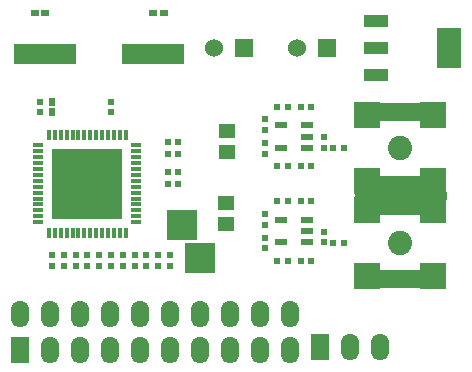
<source format=gts>
%FSLAX46Y46*%
G04 Gerber Fmt 4.6, Leading zero omitted, Abs format (unit mm)*
G04 Created by KiCad (PCBNEW (2014-10-26 BZR 5226)-product) date Tue 28 Oct 2014 11:58:48 AM EDT*
%MOMM*%
G01*
G04 APERTURE LIST*
%ADD10C,0.100000*%
%ADD11R,0.600000X0.600000*%
%ADD12R,1.100000X0.600000*%
%ADD13C,2.050000*%
%ADD14R,7.760000X1.600000*%
%ADD15R,2.200000X2.200000*%
%ADD16R,5.300000X1.800000*%
%ADD17R,1.524000X1.524000*%
%ADD18C,1.524000*%
%ADD19R,0.900000X0.300000*%
%ADD20R,0.300000X0.900000*%
%ADD21R,5.900000X5.900000*%
%ADD22R,1.524000X2.286000*%
%ADD23O,1.524000X2.286000*%
%ADD24R,0.650000X0.600000*%
%ADD25R,1.450000X1.150000*%
%ADD26R,0.600000X0.650000*%
%ADD27R,2.500000X2.500000*%
%ADD28R,2.100000X1.100000*%
%ADD29R,2.100000X3.500000*%
%ADD30C,0.254000*%
G04 APERTURE END LIST*
D10*
D11*
X171950000Y-90500000D03*
X171050000Y-90500000D03*
D12*
X171600000Y-88950000D03*
X171600000Y-87050000D03*
X171600000Y-88000000D03*
X169400000Y-87050000D03*
X169400000Y-88950000D03*
D13*
X179500000Y-81000000D03*
D14*
X179500000Y-77920000D03*
X179500000Y-84080000D03*
D15*
X182280000Y-78220000D03*
X182280000Y-83780000D03*
X176720000Y-78220000D03*
X176720000Y-83780000D03*
D16*
X149400000Y-73000000D03*
X158600000Y-73000000D03*
D17*
X173249680Y-72500000D03*
D18*
X170750320Y-72500000D03*
D19*
X157150000Y-87250000D03*
X157150000Y-86750000D03*
X157150000Y-86250000D03*
X157150000Y-85750000D03*
X157150000Y-85250000D03*
X157150000Y-84750000D03*
X157150000Y-84250000D03*
X157150000Y-83750000D03*
X157150000Y-83250000D03*
X157150000Y-82750000D03*
X157150000Y-82250000D03*
X157150000Y-81750000D03*
X157150000Y-81250000D03*
X157150000Y-80750000D03*
D20*
X156250000Y-79850000D03*
X155750000Y-79850000D03*
X155250000Y-79850000D03*
X154750000Y-79850000D03*
X154250000Y-79850000D03*
X153750000Y-79850000D03*
X153250000Y-79850000D03*
X152750000Y-79850000D03*
X152250000Y-79850000D03*
X151750000Y-79850000D03*
X151250000Y-79850000D03*
X150750000Y-79850000D03*
X150250000Y-79850000D03*
X149750000Y-79850000D03*
D19*
X148850000Y-80750000D03*
X148850000Y-81250000D03*
X148850000Y-81750000D03*
X148850000Y-82250000D03*
X148850000Y-82750000D03*
X148850000Y-83250000D03*
X148850000Y-83750000D03*
X148850000Y-84250000D03*
X148850000Y-84750000D03*
X148850000Y-85250000D03*
X148850000Y-85750000D03*
X148850000Y-86250000D03*
X148850000Y-86750000D03*
X148850000Y-87250000D03*
D20*
X149750000Y-88150000D03*
X150250000Y-88150000D03*
X150750000Y-88150000D03*
X151250000Y-88150000D03*
X151750000Y-88150000D03*
X152250000Y-88150000D03*
X152750000Y-88150000D03*
X153250000Y-88150000D03*
X153750000Y-88150000D03*
X154250000Y-88150000D03*
X154750000Y-88150000D03*
X155250000Y-88150000D03*
X155750000Y-88150000D03*
X156250000Y-88150000D03*
D21*
X153000000Y-84000000D03*
D11*
X155000000Y-90050000D03*
X155000000Y-90950000D03*
X155000000Y-77050000D03*
X155000000Y-77950000D03*
D22*
X172720000Y-97790000D03*
D23*
X175260000Y-97790000D03*
X177800000Y-97790000D03*
X160020000Y-94996000D03*
X162560000Y-94996000D03*
X165100000Y-94996000D03*
X167640000Y-94996000D03*
X167640000Y-98044000D03*
X165100000Y-98044000D03*
X162560000Y-98044000D03*
X160020000Y-98044000D03*
X170180000Y-98044000D03*
X170180000Y-94996000D03*
X157480000Y-94996000D03*
X157480000Y-98044000D03*
D22*
X147320000Y-98044000D03*
D23*
X149860000Y-98044000D03*
X152400000Y-98044000D03*
X154940000Y-98044000D03*
X154940000Y-94996000D03*
X152400000Y-94996000D03*
X149860000Y-94996000D03*
X147320000Y-94996000D03*
D17*
X166249680Y-72500000D03*
D18*
X163750320Y-72500000D03*
D12*
X171600000Y-80950000D03*
X171600000Y-79050000D03*
X171600000Y-80000000D03*
X169400000Y-79050000D03*
X169400000Y-80950000D03*
D24*
X148550000Y-69500000D03*
X149450000Y-69500000D03*
X159450000Y-69500000D03*
X158550000Y-69500000D03*
D25*
X164800000Y-81300000D03*
X164800000Y-79500000D03*
X164750000Y-85600000D03*
X164750000Y-87400000D03*
D26*
X150000000Y-77950000D03*
X150000000Y-77050000D03*
D13*
X179500000Y-89000000D03*
D14*
X179500000Y-85920000D03*
X179500000Y-92080000D03*
D15*
X182280000Y-86220000D03*
X182280000Y-91780000D03*
X176720000Y-86220000D03*
X176720000Y-91780000D03*
D27*
X161000000Y-87500000D03*
X162500000Y-90250000D03*
D28*
X177400000Y-70200000D03*
X177400000Y-72500000D03*
X177400000Y-74800000D03*
D29*
X183600000Y-72500000D03*
D11*
X150000000Y-90050000D03*
X150000000Y-90950000D03*
X159000000Y-90050000D03*
X159000000Y-90950000D03*
X160000000Y-90050000D03*
X160000000Y-90950000D03*
X151000000Y-90050000D03*
X151000000Y-90950000D03*
X152000000Y-90050000D03*
X152000000Y-90950000D03*
X153000000Y-90050000D03*
X153000000Y-90950000D03*
X154000000Y-90050000D03*
X154000000Y-90950000D03*
X156000000Y-90050000D03*
X156000000Y-90950000D03*
X158000000Y-90050000D03*
X158000000Y-90950000D03*
X149000000Y-77950000D03*
X149000000Y-77050000D03*
X160700000Y-84000000D03*
X159800000Y-84000000D03*
X157000000Y-90950000D03*
X157000000Y-90050000D03*
X160700000Y-83000000D03*
X159800000Y-83000000D03*
X160700000Y-81500000D03*
X159800000Y-81500000D03*
X160700000Y-80500000D03*
X159800000Y-80500000D03*
X168000000Y-80550000D03*
X168000000Y-81450000D03*
X168000000Y-79450000D03*
X168000000Y-78550000D03*
X169950000Y-82500000D03*
X169050000Y-82500000D03*
X169950000Y-77500000D03*
X169050000Y-77500000D03*
X171950000Y-82500000D03*
X171050000Y-82500000D03*
X171950000Y-77500000D03*
X171050000Y-77500000D03*
X173000000Y-80950000D03*
X173000000Y-80050000D03*
X168000000Y-88550000D03*
X168000000Y-89450000D03*
X168000000Y-87450000D03*
X168000000Y-86550000D03*
X169950000Y-90500000D03*
X169050000Y-90500000D03*
X169950000Y-85500000D03*
X169050000Y-85500000D03*
X171950000Y-85500000D03*
X171050000Y-85500000D03*
X173000000Y-88950000D03*
X173000000Y-88050000D03*
X174700000Y-81000000D03*
X173800000Y-81000000D03*
X174700000Y-89000000D03*
X173800000Y-89000000D03*
D30*
G36*
X183273000Y-85273000D02*
X175727000Y-85273000D01*
X175727000Y-84727000D01*
X183273000Y-84727000D01*
X183273000Y-85273000D01*
X183273000Y-85273000D01*
G37*
X183273000Y-85273000D02*
X175727000Y-85273000D01*
X175727000Y-84727000D01*
X183273000Y-84727000D01*
X183273000Y-85273000D01*
M02*

</source>
